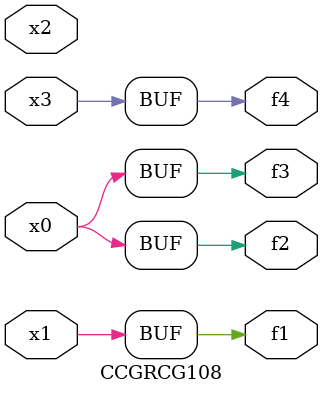
<source format=v>
module CCGRCG108(
	input x0, x1, x2, x3,
	output f1, f2, f3, f4
);
	assign f1 = x1;
	assign f2 = x0;
	assign f3 = x0;
	assign f4 = x3;
endmodule

</source>
